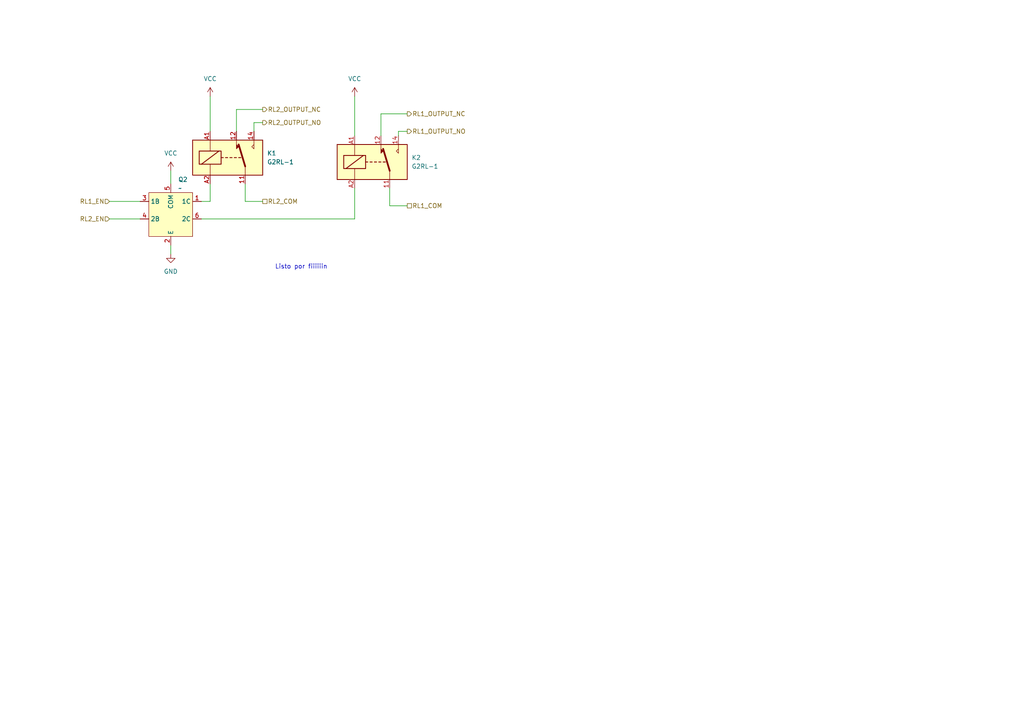
<source format=kicad_sch>
(kicad_sch
	(version 20250114)
	(generator "eeschema")
	(generator_version "9.0")
	(uuid "1dcefe16-4e45-4208-9475-b3f37175f453")
	(paper "A4")
	(lib_symbols
		(symbol "Relay:G2RL-1"
			(exclude_from_sim no)
			(in_bom yes)
			(on_board yes)
			(property "Reference" "K"
				(at 11.43 3.81 0)
				(effects
					(font
						(size 1.27 1.27)
					)
					(justify left)
				)
			)
			(property "Value" "G2RL-1"
				(at 11.43 1.27 0)
				(effects
					(font
						(size 1.27 1.27)
					)
					(justify left)
				)
			)
			(property "Footprint" "Relay_THT:Relay_SPDT_Omron_G2RL-1"
				(at 11.43 -1.27 0)
				(effects
					(font
						(size 1.27 1.27)
					)
					(justify left)
					(hide yes)
				)
			)
			(property "Datasheet" "https://omronfs.omron.com/en_US/ecb/products/pdf/en-g2rl.pdf"
				(at 0 0 0)
				(effects
					(font
						(size 1.27 1.27)
					)
					(hide yes)
				)
			)
			(property "Description" "General Purpose Low Profile Relay SPDT Through Hole, Omron G2RL series, 12A 250VAC"
				(at 0 0 0)
				(effects
					(font
						(size 1.27 1.27)
					)
					(hide yes)
				)
			)
			(property "ki_keywords" "Single Pole Relay SPDT Omron"
				(at 0 0 0)
				(effects
					(font
						(size 1.27 1.27)
					)
					(hide yes)
				)
			)
			(property "ki_fp_filters" "Relay?SPDT?Omron?G2RL*"
				(at 0 0 0)
				(effects
					(font
						(size 1.27 1.27)
					)
					(hide yes)
				)
			)
			(symbol "G2RL-1_0_0"
				(polyline
					(pts
						(xy 7.62 5.08) (xy 7.62 2.54) (xy 6.985 3.175) (xy 7.62 3.81)
					)
					(stroke
						(width 0)
						(type default)
					)
					(fill
						(type none)
					)
				)
			)
			(symbol "G2RL-1_0_1"
				(rectangle
					(start -10.16 5.08)
					(end 10.16 -5.08)
					(stroke
						(width 0.254)
						(type default)
					)
					(fill
						(type background)
					)
				)
				(rectangle
					(start -8.255 1.905)
					(end -1.905 -1.905)
					(stroke
						(width 0.254)
						(type default)
					)
					(fill
						(type none)
					)
				)
				(polyline
					(pts
						(xy -7.62 -1.905) (xy -2.54 1.905)
					)
					(stroke
						(width 0.254)
						(type default)
					)
					(fill
						(type none)
					)
				)
				(polyline
					(pts
						(xy -5.08 5.08) (xy -5.08 1.905)
					)
					(stroke
						(width 0)
						(type default)
					)
					(fill
						(type none)
					)
				)
				(polyline
					(pts
						(xy -5.08 -5.08) (xy -5.08 -1.905)
					)
					(stroke
						(width 0)
						(type default)
					)
					(fill
						(type none)
					)
				)
				(polyline
					(pts
						(xy -1.905 0) (xy -1.27 0)
					)
					(stroke
						(width 0.254)
						(type default)
					)
					(fill
						(type none)
					)
				)
				(polyline
					(pts
						(xy -0.635 0) (xy 0 0)
					)
					(stroke
						(width 0.254)
						(type default)
					)
					(fill
						(type none)
					)
				)
				(polyline
					(pts
						(xy 0.635 0) (xy 1.27 0)
					)
					(stroke
						(width 0.254)
						(type default)
					)
					(fill
						(type none)
					)
				)
				(polyline
					(pts
						(xy 1.905 0) (xy 2.54 0)
					)
					(stroke
						(width 0.254)
						(type default)
					)
					(fill
						(type none)
					)
				)
				(polyline
					(pts
						(xy 2.54 5.08) (xy 2.54 2.54) (xy 3.175 3.175) (xy 2.54 3.81)
					)
					(stroke
						(width 0)
						(type default)
					)
					(fill
						(type outline)
					)
				)
				(polyline
					(pts
						(xy 3.175 0) (xy 3.81 0)
					)
					(stroke
						(width 0.254)
						(type default)
					)
					(fill
						(type none)
					)
				)
				(polyline
					(pts
						(xy 5.08 -2.54) (xy 3.175 3.81)
					)
					(stroke
						(width 0.508)
						(type default)
					)
					(fill
						(type none)
					)
				)
				(polyline
					(pts
						(xy 5.08 -2.54) (xy 5.08 -5.08)
					)
					(stroke
						(width 0)
						(type default)
					)
					(fill
						(type none)
					)
				)
			)
			(symbol "G2RL-1_1_1"
				(pin passive line
					(at -5.08 7.62 270)
					(length 2.54)
					(name "~"
						(effects
							(font
								(size 1.27 1.27)
							)
						)
					)
					(number "A1"
						(effects
							(font
								(size 1.27 1.27)
							)
						)
					)
				)
				(pin passive line
					(at -5.08 -7.62 90)
					(length 2.54)
					(name "~"
						(effects
							(font
								(size 1.27 1.27)
							)
						)
					)
					(number "A2"
						(effects
							(font
								(size 1.27 1.27)
							)
						)
					)
				)
				(pin passive line
					(at 2.54 7.62 270)
					(length 2.54)
					(name "~"
						(effects
							(font
								(size 1.27 1.27)
							)
						)
					)
					(number "12"
						(effects
							(font
								(size 1.27 1.27)
							)
						)
					)
				)
				(pin passive line
					(at 5.08 -7.62 90)
					(length 2.54)
					(name "~"
						(effects
							(font
								(size 1.27 1.27)
							)
						)
					)
					(number "11"
						(effects
							(font
								(size 1.27 1.27)
							)
						)
					)
				)
				(pin passive line
					(at 7.62 7.62 270)
					(length 2.54)
					(name "~"
						(effects
							(font
								(size 1.27 1.27)
							)
						)
					)
					(number "14"
						(effects
							(font
								(size 1.27 1.27)
							)
						)
					)
				)
			)
			(embedded_fonts no)
		)
		(symbol "Riqi_Parts:LANKE LK1802"
			(exclude_from_sim no)
			(in_bom yes)
			(on_board yes)
			(property "Reference" "Q"
				(at -2.286 -16.764 0)
				(effects
					(font
						(size 1.27 1.27)
					)
				)
			)
			(property "Value" ""
				(at 0 0 0)
				(effects
					(font
						(size 1.27 1.27)
					)
				)
			)
			(property "Footprint" ""
				(at 0 0 0)
				(effects
					(font
						(size 1.27 1.27)
					)
					(hide yes)
				)
			)
			(property "Datasheet" ""
				(at 0 0 0)
				(effects
					(font
						(size 1.27 1.27)
					)
					(hide yes)
				)
			)
			(property "Description" ""
				(at 0 0 0)
				(effects
					(font
						(size 1.27 1.27)
					)
					(hide yes)
				)
			)
			(property "ki_locked" ""
				(at 0 0 0)
				(effects
					(font
						(size 1.27 1.27)
					)
				)
			)
			(symbol "LANKE LK1802_1_1"
				(rectangle
					(start -2.54 -2.54)
					(end 10.16 -15.24)
					(stroke
						(width 0)
						(type solid)
					)
					(fill
						(type background)
					)
				)
				(pin input line
					(at -5.08 -5.08 0)
					(length 2.54)
					(name "1B"
						(effects
							(font
								(size 1.27 1.27)
							)
						)
					)
					(number "3"
						(effects
							(font
								(size 1.27 1.27)
							)
						)
					)
				)
				(pin input line
					(at -5.08 -10.16 0)
					(length 2.54)
					(name "2B"
						(effects
							(font
								(size 1.27 1.27)
							)
						)
					)
					(number "4"
						(effects
							(font
								(size 1.27 1.27)
							)
						)
					)
				)
				(pin passive line
					(at 3.81 0 270)
					(length 2.54)
					(name "COM"
						(effects
							(font
								(size 1.27 1.27)
							)
						)
					)
					(number "5"
						(effects
							(font
								(size 1.27 1.27)
							)
						)
					)
				)
				(pin passive line
					(at 3.81 -17.78 90)
					(length 2.54)
					(name "E"
						(effects
							(font
								(size 1.27 1.27)
							)
						)
					)
					(number "2"
						(effects
							(font
								(size 1.27 1.27)
							)
						)
					)
				)
				(pin open_collector line
					(at 12.7 -5.08 180)
					(length 2.54)
					(name "1C"
						(effects
							(font
								(size 1.27 1.27)
							)
						)
					)
					(number "1"
						(effects
							(font
								(size 1.27 1.27)
							)
						)
					)
				)
				(pin open_collector line
					(at 12.7 -10.16 180)
					(length 2.54)
					(name "2C"
						(effects
							(font
								(size 1.27 1.27)
							)
						)
					)
					(number "6"
						(effects
							(font
								(size 1.27 1.27)
							)
						)
					)
				)
			)
			(embedded_fonts no)
		)
		(symbol "power:GND"
			(power)
			(pin_numbers
				(hide yes)
			)
			(pin_names
				(offset 0)
				(hide yes)
			)
			(exclude_from_sim no)
			(in_bom yes)
			(on_board yes)
			(property "Reference" "#PWR"
				(at 0 -6.35 0)
				(effects
					(font
						(size 1.27 1.27)
					)
					(hide yes)
				)
			)
			(property "Value" "GND"
				(at 0 -3.81 0)
				(effects
					(font
						(size 1.27 1.27)
					)
				)
			)
			(property "Footprint" ""
				(at 0 0 0)
				(effects
					(font
						(size 1.27 1.27)
					)
					(hide yes)
				)
			)
			(property "Datasheet" ""
				(at 0 0 0)
				(effects
					(font
						(size 1.27 1.27)
					)
					(hide yes)
				)
			)
			(property "Description" "Power symbol creates a global label with name \"GND\" , ground"
				(at 0 0 0)
				(effects
					(font
						(size 1.27 1.27)
					)
					(hide yes)
				)
			)
			(property "ki_keywords" "global power"
				(at 0 0 0)
				(effects
					(font
						(size 1.27 1.27)
					)
					(hide yes)
				)
			)
			(symbol "GND_0_1"
				(polyline
					(pts
						(xy 0 0) (xy 0 -1.27) (xy 1.27 -1.27) (xy 0 -2.54) (xy -1.27 -1.27) (xy 0 -1.27)
					)
					(stroke
						(width 0)
						(type default)
					)
					(fill
						(type none)
					)
				)
			)
			(symbol "GND_1_1"
				(pin power_in line
					(at 0 0 270)
					(length 0)
					(name "~"
						(effects
							(font
								(size 1.27 1.27)
							)
						)
					)
					(number "1"
						(effects
							(font
								(size 1.27 1.27)
							)
						)
					)
				)
			)
			(embedded_fonts no)
		)
		(symbol "power:VCC"
			(power)
			(pin_numbers
				(hide yes)
			)
			(pin_names
				(offset 0)
				(hide yes)
			)
			(exclude_from_sim no)
			(in_bom yes)
			(on_board yes)
			(property "Reference" "#PWR"
				(at 0 -3.81 0)
				(effects
					(font
						(size 1.27 1.27)
					)
					(hide yes)
				)
			)
			(property "Value" "VCC"
				(at 0 3.556 0)
				(effects
					(font
						(size 1.27 1.27)
					)
				)
			)
			(property "Footprint" ""
				(at 0 0 0)
				(effects
					(font
						(size 1.27 1.27)
					)
					(hide yes)
				)
			)
			(property "Datasheet" ""
				(at 0 0 0)
				(effects
					(font
						(size 1.27 1.27)
					)
					(hide yes)
				)
			)
			(property "Description" "Power symbol creates a global label with name \"VCC\""
				(at 0 0 0)
				(effects
					(font
						(size 1.27 1.27)
					)
					(hide yes)
				)
			)
			(property "ki_keywords" "global power"
				(at 0 0 0)
				(effects
					(font
						(size 1.27 1.27)
					)
					(hide yes)
				)
			)
			(symbol "VCC_0_1"
				(polyline
					(pts
						(xy -0.762 1.27) (xy 0 2.54)
					)
					(stroke
						(width 0)
						(type default)
					)
					(fill
						(type none)
					)
				)
				(polyline
					(pts
						(xy 0 2.54) (xy 0.762 1.27)
					)
					(stroke
						(width 0)
						(type default)
					)
					(fill
						(type none)
					)
				)
				(polyline
					(pts
						(xy 0 0) (xy 0 2.54)
					)
					(stroke
						(width 0)
						(type default)
					)
					(fill
						(type none)
					)
				)
			)
			(symbol "VCC_1_1"
				(pin power_in line
					(at 0 0 90)
					(length 0)
					(name "~"
						(effects
							(font
								(size 1.27 1.27)
							)
						)
					)
					(number "1"
						(effects
							(font
								(size 1.27 1.27)
							)
						)
					)
				)
			)
			(embedded_fonts no)
		)
	)
	(text "Listo por fiiiiiin\n"
		(exclude_from_sim no)
		(at 87.376 77.47 0)
		(effects
			(font
				(size 1.27 1.27)
			)
		)
		(uuid "df862391-93de-4147-8bac-4a8d2fe1ca5e")
	)
	(wire
		(pts
			(xy 76.2 31.75) (xy 68.58 31.75)
		)
		(stroke
			(width 0)
			(type default)
		)
		(uuid "0be64b77-1b0b-419d-9e9c-20f516177161")
	)
	(wire
		(pts
			(xy 110.49 33.02) (xy 110.49 39.37)
		)
		(stroke
			(width 0)
			(type default)
		)
		(uuid "1842f0c6-49d5-4080-8368-19a0ed6895bf")
	)
	(wire
		(pts
			(xy 115.57 39.37) (xy 115.57 38.1)
		)
		(stroke
			(width 0)
			(type default)
		)
		(uuid "1f5b5bab-21c4-49cd-8dfc-44745a232685")
	)
	(wire
		(pts
			(xy 118.11 59.69) (xy 113.03 59.69)
		)
		(stroke
			(width 0)
			(type default)
		)
		(uuid "2cccd51f-e9f4-4192-b67d-ef03103449da")
	)
	(wire
		(pts
			(xy 58.42 58.42) (xy 60.96 58.42)
		)
		(stroke
			(width 0)
			(type default)
		)
		(uuid "45cbf7fe-e89d-4b49-8d15-78b716132ce2")
	)
	(wire
		(pts
			(xy 49.53 71.12) (xy 49.53 73.66)
		)
		(stroke
			(width 0)
			(type default)
		)
		(uuid "56cce426-d137-40b4-8101-ebd4f9fbf875")
	)
	(wire
		(pts
			(xy 60.96 27.94) (xy 60.96 38.1)
		)
		(stroke
			(width 0)
			(type default)
		)
		(uuid "6244907a-b861-491d-9bee-7a3370dfe6bb")
	)
	(wire
		(pts
			(xy 73.66 35.56) (xy 73.66 38.1)
		)
		(stroke
			(width 0)
			(type default)
		)
		(uuid "68d63dfa-12b6-4d68-97cf-5c9a3387b1ac")
	)
	(wire
		(pts
			(xy 31.75 58.42) (xy 40.64 58.42)
		)
		(stroke
			(width 0)
			(type default)
		)
		(uuid "6c2d7550-9245-4241-9b02-35fc32e3df20")
	)
	(wire
		(pts
			(xy 113.03 59.69) (xy 113.03 54.61)
		)
		(stroke
			(width 0)
			(type default)
		)
		(uuid "706d9ee9-0039-452e-8ffd-9055b93e48ab")
	)
	(wire
		(pts
			(xy 31.75 63.5) (xy 40.64 63.5)
		)
		(stroke
			(width 0)
			(type default)
		)
		(uuid "7344b0e9-7b3f-4c33-ab78-c5ebb938ce0e")
	)
	(wire
		(pts
			(xy 115.57 38.1) (xy 118.11 38.1)
		)
		(stroke
			(width 0)
			(type default)
		)
		(uuid "86d67c12-62b4-4406-a936-68557a7a19b7")
	)
	(wire
		(pts
			(xy 102.87 27.94) (xy 102.87 39.37)
		)
		(stroke
			(width 0)
			(type default)
		)
		(uuid "8b1c5282-9975-49ed-a556-295b0f11861a")
	)
	(wire
		(pts
			(xy 71.12 58.42) (xy 76.2 58.42)
		)
		(stroke
			(width 0)
			(type default)
		)
		(uuid "93122165-ae83-44b8-99cf-806a6dba80c5")
	)
	(wire
		(pts
			(xy 58.42 63.5) (xy 102.87 63.5)
		)
		(stroke
			(width 0)
			(type default)
		)
		(uuid "ae6cd407-e4c3-4546-bcac-b0f28db514bb")
	)
	(wire
		(pts
			(xy 49.53 49.53) (xy 49.53 53.34)
		)
		(stroke
			(width 0)
			(type default)
		)
		(uuid "ba9aae17-e6ca-4ff9-8be2-04a17ed6b727")
	)
	(wire
		(pts
			(xy 68.58 31.75) (xy 68.58 38.1)
		)
		(stroke
			(width 0)
			(type default)
		)
		(uuid "dbadb9e1-35c6-4541-986a-5c941f4cf0ed")
	)
	(wire
		(pts
			(xy 102.87 54.61) (xy 102.87 63.5)
		)
		(stroke
			(width 0)
			(type default)
		)
		(uuid "e151e5d8-a861-494e-9964-76e44333d6fe")
	)
	(wire
		(pts
			(xy 60.96 53.34) (xy 60.96 58.42)
		)
		(stroke
			(width 0)
			(type default)
		)
		(uuid "e388cb7d-27f8-406f-aa08-18282d99479c")
	)
	(wire
		(pts
			(xy 118.11 33.02) (xy 110.49 33.02)
		)
		(stroke
			(width 0)
			(type default)
		)
		(uuid "f50e0d22-cf51-4ec4-bebe-8e9a448486a8")
	)
	(wire
		(pts
			(xy 71.12 53.34) (xy 71.12 58.42)
		)
		(stroke
			(width 0)
			(type default)
		)
		(uuid "f5754b18-f35e-42fe-b6df-f13b02601123")
	)
	(wire
		(pts
			(xy 76.2 35.56) (xy 73.66 35.56)
		)
		(stroke
			(width 0)
			(type default)
		)
		(uuid "f8d5d4d1-e7e6-42df-bbe7-e3b14ee38dfb")
	)
	(hierarchical_label "RL1_OUTPUT_NO"
		(shape output)
		(at 118.11 38.1 0)
		(effects
			(font
				(size 1.27 1.27)
			)
			(justify left)
		)
		(uuid "09750784-3507-4869-bf88-84b2b17de2d7")
	)
	(hierarchical_label "RL1_EN"
		(shape input)
		(at 31.75 58.42 180)
		(effects
			(font
				(size 1.27 1.27)
			)
			(justify right)
		)
		(uuid "25174d1b-5ad3-46d8-af6e-1728a901171f")
	)
	(hierarchical_label "RL2_EN"
		(shape input)
		(at 31.75 63.5 180)
		(effects
			(font
				(size 1.27 1.27)
			)
			(justify right)
		)
		(uuid "27dcc320-187b-4c3c-99de-98707b28b1b1")
	)
	(hierarchical_label "RL1_OUTPUT_NC"
		(shape output)
		(at 118.11 33.02 0)
		(effects
			(font
				(size 1.27 1.27)
			)
			(justify left)
		)
		(uuid "416ba94d-2119-48a4-aa4d-384bbbef8f67")
	)
	(hierarchical_label "RL2_OUTPUT_NO"
		(shape output)
		(at 76.2 35.56 0)
		(effects
			(font
				(size 1.27 1.27)
			)
			(justify left)
		)
		(uuid "7cb0e814-2e22-4f12-923f-58d874242d11")
	)
	(hierarchical_label "RL2_OUTPUT_NC"
		(shape output)
		(at 76.2 31.75 0)
		(effects
			(font
				(size 1.27 1.27)
			)
			(justify left)
		)
		(uuid "903e3848-dbbb-4cff-a36e-374d33f1b1b2")
	)
	(hierarchical_label "RL2_COM"
		(shape passive)
		(at 76.2 58.42 0)
		(effects
			(font
				(size 1.27 1.27)
			)
			(justify left)
		)
		(uuid "98a549ae-ad13-44c5-a15e-b64aed4fb92e")
	)
	(hierarchical_label "RL1_COM"
		(shape passive)
		(at 118.11 59.69 0)
		(effects
			(font
				(size 1.27 1.27)
			)
			(justify left)
		)
		(uuid "cb8cd1a8-ab50-4c02-b5a3-50c5255e3b41")
	)
	(symbol
		(lib_id "power:VCC")
		(at 102.87 27.94 0)
		(unit 1)
		(exclude_from_sim no)
		(in_bom yes)
		(on_board yes)
		(dnp no)
		(fields_autoplaced yes)
		(uuid "26174cbc-efa2-48e2-b6f2-045d9ecd6cb3")
		(property "Reference" "#PWR021"
			(at 102.87 31.75 0)
			(effects
				(font
					(size 1.27 1.27)
				)
				(hide yes)
			)
		)
		(property "Value" "VCC"
			(at 102.87 22.86 0)
			(effects
				(font
					(size 1.27 1.27)
				)
			)
		)
		(property "Footprint" ""
			(at 102.87 27.94 0)
			(effects
				(font
					(size 1.27 1.27)
				)
				(hide yes)
			)
		)
		(property "Datasheet" ""
			(at 102.87 27.94 0)
			(effects
				(font
					(size 1.27 1.27)
				)
				(hide yes)
			)
		)
		(property "Description" "Power symbol creates a global label with name \"VCC\""
			(at 102.87 27.94 0)
			(effects
				(font
					(size 1.27 1.27)
				)
				(hide yes)
			)
		)
		(pin "1"
			(uuid "21586879-cc36-48f9-8551-9e7ba463ff20")
		)
		(instances
			(project "NIVARA"
				(path "/ff64f013-32cc-4b27-a03f-45a540688198/1d6a0d55-124c-4c27-8d03-8c1521f03c11/2b55c211-9cc0-461a-b9d9-533121d6e5f0"
					(reference "#PWR021")
					(unit 1)
				)
			)
		)
	)
	(symbol
		(lib_id "Relay:G2RL-1")
		(at 66.04 45.72 0)
		(unit 1)
		(exclude_from_sim no)
		(in_bom yes)
		(on_board yes)
		(dnp no)
		(fields_autoplaced yes)
		(uuid "271b35fc-458b-4d23-8fc7-dd31f7ee970e")
		(property "Reference" "K1"
			(at 77.47 44.4499 0)
			(effects
				(font
					(size 1.27 1.27)
				)
				(justify left)
			)
		)
		(property "Value" "G2RL-1"
			(at 77.47 46.9899 0)
			(effects
				(font
					(size 1.27 1.27)
				)
				(justify left)
			)
		)
		(property "Footprint" "Relay_THT:Relay_SPDT_Omron_G2RL-1"
			(at 77.47 46.99 0)
			(effects
				(font
					(size 1.27 1.27)
				)
				(justify left)
				(hide yes)
			)
		)
		(property "Datasheet" "https://omronfs.omron.com/en_US/ecb/products/pdf/en-g2rl.pdf"
			(at 66.04 45.72 0)
			(effects
				(font
					(size 1.27 1.27)
				)
				(hide yes)
			)
		)
		(property "Description" "General Purpose Low Profile Relay SPDT Through Hole, Omron G2RL series, 12A 250VAC"
			(at 66.04 45.72 0)
			(effects
				(font
					(size 1.27 1.27)
				)
				(hide yes)
			)
		)
		(pin "14"
			(uuid "8d7c773d-a7e6-411a-a59a-0d76b5386e96")
		)
		(pin "12"
			(uuid "b718b134-6a0c-4b2d-a8cf-51b4f81e1730")
		)
		(pin "A2"
			(uuid "f0ccefb8-1ff0-448e-9cd9-e174cfa0f812")
		)
		(pin "11"
			(uuid "d165c126-c58f-4d81-ba0b-0bf8a59a2b8c")
		)
		(pin "A1"
			(uuid "13e978b4-8cf4-4a19-a2a2-331c2f2d98d4")
		)
		(instances
			(project "NIVARA"
				(path "/ff64f013-32cc-4b27-a03f-45a540688198/1d6a0d55-124c-4c27-8d03-8c1521f03c11/2b55c211-9cc0-461a-b9d9-533121d6e5f0"
					(reference "K1")
					(unit 1)
				)
			)
		)
	)
	(symbol
		(lib_id "power:VCC")
		(at 49.53 49.53 0)
		(unit 1)
		(exclude_from_sim no)
		(in_bom yes)
		(on_board yes)
		(dnp no)
		(fields_autoplaced yes)
		(uuid "600d0f42-6b54-4e74-bbaf-e6b465024f45")
		(property "Reference" "#PWR019"
			(at 49.53 53.34 0)
			(effects
				(font
					(size 1.27 1.27)
				)
				(hide yes)
			)
		)
		(property "Value" "VCC"
			(at 49.53 44.45 0)
			(effects
				(font
					(size 1.27 1.27)
				)
			)
		)
		(property "Footprint" ""
			(at 49.53 49.53 0)
			(effects
				(font
					(size 1.27 1.27)
				)
				(hide yes)
			)
		)
		(property "Datasheet" ""
			(at 49.53 49.53 0)
			(effects
				(font
					(size 1.27 1.27)
				)
				(hide yes)
			)
		)
		(property "Description" "Power symbol creates a global label with name \"VCC\""
			(at 49.53 49.53 0)
			(effects
				(font
					(size 1.27 1.27)
				)
				(hide yes)
			)
		)
		(pin "1"
			(uuid "5939ec59-9fa0-4c97-8d31-e9dfcec010af")
		)
		(instances
			(project "NIVARA"
				(path "/ff64f013-32cc-4b27-a03f-45a540688198/1d6a0d55-124c-4c27-8d03-8c1521f03c11/2b55c211-9cc0-461a-b9d9-533121d6e5f0"
					(reference "#PWR019")
					(unit 1)
				)
			)
		)
	)
	(symbol
		(lib_id "Riqi_Parts:LANKE LK1802")
		(at 45.72 53.34 0)
		(unit 1)
		(exclude_from_sim no)
		(in_bom yes)
		(on_board yes)
		(dnp no)
		(fields_autoplaced yes)
		(uuid "91a3940d-12c0-487a-a3be-50778c8c669f")
		(property "Reference" "Q2"
			(at 51.6733 52.07 0)
			(effects
				(font
					(size 1.27 1.27)
				)
				(justify left)
			)
		)
		(property "Value" "~"
			(at 51.6733 54.61 0)
			(effects
				(font
					(size 1.27 1.27)
				)
				(justify left)
			)
		)
		(property "Footprint" ""
			(at 45.72 53.34 0)
			(effects
				(font
					(size 1.27 1.27)
				)
				(hide yes)
			)
		)
		(property "Datasheet" ""
			(at 45.72 53.34 0)
			(effects
				(font
					(size 1.27 1.27)
				)
				(hide yes)
			)
		)
		(property "Description" ""
			(at 45.72 53.34 0)
			(effects
				(font
					(size 1.27 1.27)
				)
				(hide yes)
			)
		)
		(property "LCSC#" "C2984831"
			(at 45.72 53.34 0)
			(effects
				(font
					(size 1.27 1.27)
				)
				(hide yes)
			)
		)
		(pin "4"
			(uuid "7e17b648-965e-429d-aa7b-e51f6e82bf32")
		)
		(pin "5"
			(uuid "b24e93ce-6c87-4bc9-b0ee-3c47214111af")
		)
		(pin "2"
			(uuid "15893fbb-4355-4f49-8550-f388bfeb07fd")
		)
		(pin "1"
			(uuid "39581bde-5a39-4444-9126-a77af5af147e")
		)
		(pin "6"
			(uuid "9a803033-a328-4da6-a467-918f88589c1e")
		)
		(pin "3"
			(uuid "28278381-4638-4834-98f0-0c6bf00ebfa9")
		)
		(instances
			(project "NIVARA"
				(path "/ff64f013-32cc-4b27-a03f-45a540688198/1d6a0d55-124c-4c27-8d03-8c1521f03c11/2b55c211-9cc0-461a-b9d9-533121d6e5f0"
					(reference "Q2")
					(unit 1)
				)
			)
		)
	)
	(symbol
		(lib_id "power:VCC")
		(at 60.96 27.94 0)
		(unit 1)
		(exclude_from_sim no)
		(in_bom yes)
		(on_board yes)
		(dnp no)
		(fields_autoplaced yes)
		(uuid "958d491f-1a81-40d9-9652-ce49b088cd9d")
		(property "Reference" "#PWR20"
			(at 60.96 31.75 0)
			(effects
				(font
					(size 1.27 1.27)
				)
				(hide yes)
			)
		)
		(property "Value" "VCC"
			(at 60.96 22.86 0)
			(effects
				(font
					(size 1.27 1.27)
				)
			)
		)
		(property "Footprint" ""
			(at 60.96 27.94 0)
			(effects
				(font
					(size 1.27 1.27)
				)
				(hide yes)
			)
		)
		(property "Datasheet" ""
			(at 60.96 27.94 0)
			(effects
				(font
					(size 1.27 1.27)
				)
				(hide yes)
			)
		)
		(property "Description" "Power symbol creates a global label with name \"VCC\""
			(at 60.96 27.94 0)
			(effects
				(font
					(size 1.27 1.27)
				)
				(hide yes)
			)
		)
		(pin "1"
			(uuid "b19a3383-216b-4667-ad89-b61237ff87cc")
		)
		(instances
			(project "NIVARA"
				(path "/ff64f013-32cc-4b27-a03f-45a540688198/1d6a0d55-124c-4c27-8d03-8c1521f03c11/2b55c211-9cc0-461a-b9d9-533121d6e5f0"
					(reference "#PWR20")
					(unit 1)
				)
			)
		)
	)
	(symbol
		(lib_id "power:GND")
		(at 49.53 73.66 0)
		(unit 1)
		(exclude_from_sim no)
		(in_bom yes)
		(on_board yes)
		(dnp no)
		(fields_autoplaced yes)
		(uuid "be21cedd-6f76-44ed-b6f5-2f50ebf8e76e")
		(property "Reference" "#PWR18"
			(at 49.53 80.01 0)
			(effects
				(font
					(size 1.27 1.27)
				)
				(hide yes)
			)
		)
		(property "Value" "GND"
			(at 49.53 78.74 0)
			(effects
				(font
					(size 1.27 1.27)
				)
			)
		)
		(property "Footprint" ""
			(at 49.53 73.66 0)
			(effects
				(font
					(size 1.27 1.27)
				)
				(hide yes)
			)
		)
		(property "Datasheet" ""
			(at 49.53 73.66 0)
			(effects
				(font
					(size 1.27 1.27)
				)
				(hide yes)
			)
		)
		(property "Description" "Power symbol creates a global label with name \"GND\" , ground"
			(at 49.53 73.66 0)
			(effects
				(font
					(size 1.27 1.27)
				)
				(hide yes)
			)
		)
		(pin "1"
			(uuid "9057a845-b019-495d-b7c5-535c877a7b27")
		)
		(instances
			(project "NIVARA"
				(path "/ff64f013-32cc-4b27-a03f-45a540688198/1d6a0d55-124c-4c27-8d03-8c1521f03c11/2b55c211-9cc0-461a-b9d9-533121d6e5f0"
					(reference "#PWR18")
					(unit 1)
				)
			)
		)
	)
	(symbol
		(lib_id "Relay:G2RL-1")
		(at 107.95 46.99 0)
		(unit 1)
		(exclude_from_sim no)
		(in_bom yes)
		(on_board yes)
		(dnp no)
		(fields_autoplaced yes)
		(uuid "f0af92bb-05f5-4b9b-b5ec-2696067aaf1b")
		(property "Reference" "K2"
			(at 119.38 45.7199 0)
			(effects
				(font
					(size 1.27 1.27)
				)
				(justify left)
			)
		)
		(property "Value" "G2RL-1"
			(at 119.38 48.2599 0)
			(effects
				(font
					(size 1.27 1.27)
				)
				(justify left)
			)
		)
		(property "Footprint" "Relay_THT:Relay_SPDT_Omron_G2RL-1"
			(at 119.38 48.26 0)
			(effects
				(font
					(size 1.27 1.27)
				)
				(justify left)
				(hide yes)
			)
		)
		(property "Datasheet" "https://omronfs.omron.com/en_US/ecb/products/pdf/en-g2rl.pdf"
			(at 107.95 46.99 0)
			(effects
				(font
					(size 1.27 1.27)
				)
				(hide yes)
			)
		)
		(property "Description" "General Purpose Low Profile Relay SPDT Through Hole, Omron G2RL series, 12A 250VAC"
			(at 107.95 46.99 0)
			(effects
				(font
					(size 1.27 1.27)
				)
				(hide yes)
			)
		)
		(pin "14"
			(uuid "3ab1bf0a-eed4-478a-bff0-99082d6801b8")
		)
		(pin "12"
			(uuid "50f9da7c-c61a-4a3f-bf0f-86df244b7653")
		)
		(pin "A2"
			(uuid "f025e245-5b7d-4cad-96cb-88e3d961373e")
		)
		(pin "11"
			(uuid "bacaa8ff-bf58-4aff-b3ae-96facf88e101")
		)
		(pin "A1"
			(uuid "478192a8-6097-4a70-b5e0-bcc02735e6dd")
		)
		(instances
			(project "NIVARA"
				(path "/ff64f013-32cc-4b27-a03f-45a540688198/1d6a0d55-124c-4c27-8d03-8c1521f03c11/2b55c211-9cc0-461a-b9d9-533121d6e5f0"
					(reference "K2")
					(unit 1)
				)
			)
		)
	)
)

</source>
